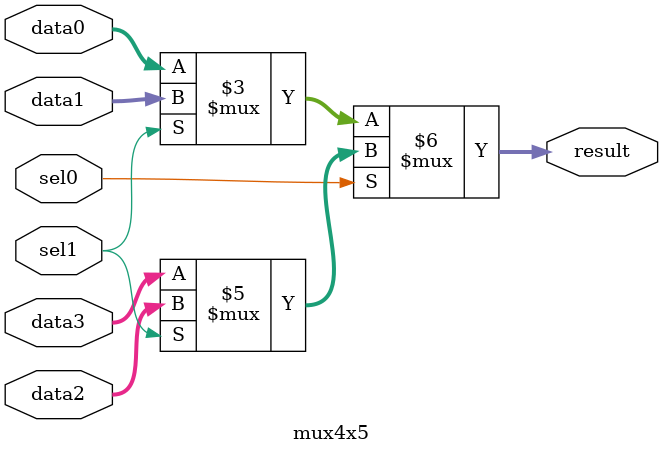
<source format=v>
`timescale 1ns / 1ps


module mux4x5(
    input [4:0] data0,
    input [4:0] data1,
    input [4:0] data2,
    input [4:0] data3,
    input sel0,
    input sel1,
    output [4:0] result
    );
    assign result = (sel0 == 0) ? (sel1 == 0 ? data0 : data1) : (sel1 == 1 ? data2 : data3); 
endmodule

</source>
